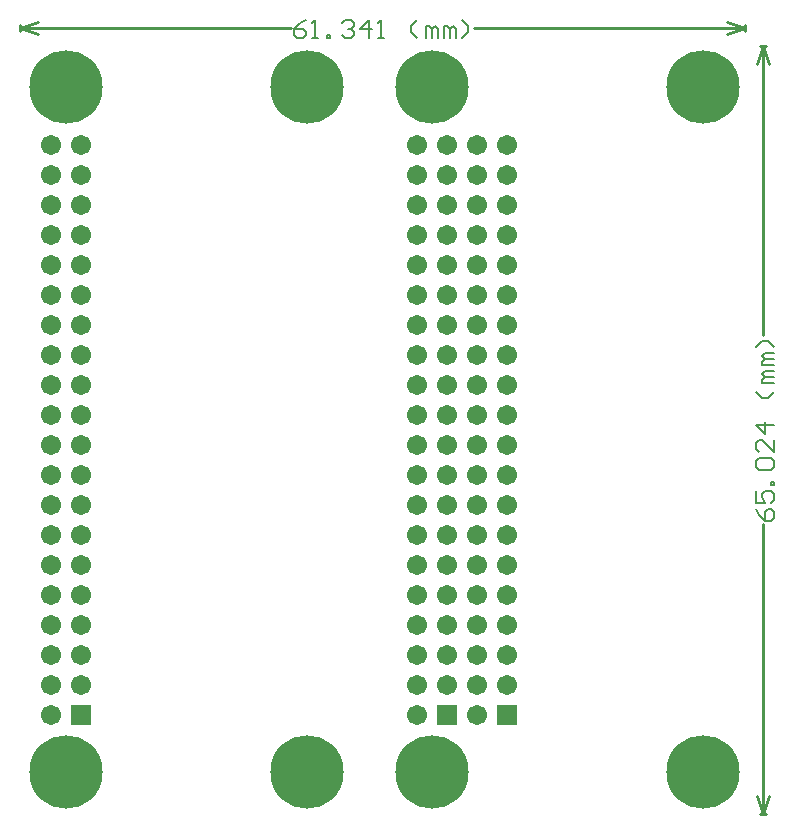
<source format=gbs>
G04 Layer_Color=16711935*
%FSLAX44Y44*%
%MOMM*%
G71*
G01*
G75*
%ADD12C,0.2540*%
%ADD14C,0.1524*%
%ADD24C,6.2032*%
%ADD25R,1.7032X1.7032*%
%ADD26C,1.7032*%
D12*
X1687195Y1310005D02*
X1692275D01*
X1687195Y659765D02*
X1692275D01*
X1689735Y1310005D02*
X1694815Y1294765D01*
X1684655D02*
X1689735Y1310005D01*
Y659765D02*
X1694815Y675005D01*
X1684655D02*
X1689735Y659765D01*
Y1065124D02*
Y1310005D01*
Y659765D02*
Y904646D01*
X1674262Y1322705D02*
Y1327785D01*
X1060852Y1322705D02*
Y1327785D01*
X1659022Y1320165D02*
X1674262Y1325245D01*
X1659022Y1330325D02*
X1674262Y1325245D01*
X1060852D02*
X1076092Y1320165D01*
X1060852Y1325245D02*
X1076092Y1330325D01*
X1445258Y1325245D02*
X1674262D01*
X1060852D02*
X1289857D01*
D14*
X1683642Y917342D02*
X1686181Y912264D01*
X1691259Y907186D01*
X1696337D01*
X1698876Y909725D01*
Y914803D01*
X1696337Y917342D01*
X1693798D01*
X1691259Y914803D01*
Y907186D01*
X1683642Y932577D02*
Y922421D01*
X1691259D01*
X1688720Y927499D01*
Y930038D01*
X1691259Y932577D01*
X1696337D01*
X1698876Y930038D01*
Y924960D01*
X1696337Y922421D01*
X1698876Y937656D02*
X1696337D01*
Y940195D01*
X1698876D01*
Y937656D01*
X1686181Y950352D02*
X1683642Y952891D01*
Y957969D01*
X1686181Y960508D01*
X1696337D01*
X1698876Y957969D01*
Y952891D01*
X1696337Y950352D01*
X1686181D01*
X1698876Y975743D02*
Y965587D01*
X1688720Y975743D01*
X1686181D01*
X1683642Y973204D01*
Y968126D01*
X1686181Y965587D01*
X1698876Y988439D02*
X1683642D01*
X1691259Y980822D01*
Y990978D01*
X1698876Y1016370D02*
X1693798Y1011292D01*
X1688720D01*
X1683642Y1016370D01*
X1698876Y1023988D02*
X1688720D01*
Y1026527D01*
X1691259Y1029066D01*
X1698876D01*
X1691259D01*
X1688720Y1031605D01*
X1691259Y1034145D01*
X1698876D01*
Y1039223D02*
X1688720D01*
Y1041762D01*
X1691259Y1044301D01*
X1698876D01*
X1691259D01*
X1688720Y1046841D01*
X1691259Y1049380D01*
X1698876D01*
Y1054458D02*
X1693798Y1059536D01*
X1688720D01*
X1683642Y1054458D01*
X1302554Y1331339D02*
X1297475Y1328799D01*
X1292397Y1323721D01*
Y1318643D01*
X1294936Y1316104D01*
X1300015D01*
X1302554Y1318643D01*
Y1321182D01*
X1300015Y1323721D01*
X1292397D01*
X1307632Y1316104D02*
X1312711D01*
X1310171D01*
Y1331339D01*
X1307632Y1328799D01*
X1320328Y1316104D02*
Y1318643D01*
X1322867D01*
Y1316104D01*
X1320328D01*
X1333024Y1328799D02*
X1335563Y1331339D01*
X1340642D01*
X1343181Y1328799D01*
Y1326260D01*
X1340642Y1323721D01*
X1338102D01*
X1340642D01*
X1343181Y1321182D01*
Y1318643D01*
X1340642Y1316104D01*
X1335563D01*
X1333024Y1318643D01*
X1355877Y1316104D02*
Y1331339D01*
X1348259Y1323721D01*
X1358416D01*
X1363494Y1316104D02*
X1368573D01*
X1366033D01*
Y1331339D01*
X1363494Y1328799D01*
X1396503Y1316104D02*
X1391425Y1321182D01*
Y1326260D01*
X1396503Y1331339D01*
X1404121Y1316104D02*
Y1326260D01*
X1406660D01*
X1409199Y1323721D01*
Y1316104D01*
Y1323721D01*
X1411739Y1326260D01*
X1414278Y1323721D01*
Y1316104D01*
X1419356D02*
Y1326260D01*
X1421895D01*
X1424434Y1323721D01*
Y1316104D01*
Y1323721D01*
X1426974Y1326260D01*
X1429513Y1323721D01*
Y1316104D01*
X1434591D02*
X1439669Y1321182D01*
Y1326260D01*
X1434591Y1331339D01*
D24*
X1099185Y694945D02*
D03*
Y1274905D02*
D03*
X1639064Y694945D02*
D03*
Y1274905D02*
D03*
X1409065D02*
D03*
Y694945D02*
D03*
X1303784Y1274905D02*
D03*
Y694945D02*
D03*
D25*
X1111885Y743585D02*
D03*
X1421765D02*
D03*
X1472565D02*
D03*
D26*
X1086485D02*
D03*
X1111885Y768985D02*
D03*
X1086485D02*
D03*
X1111885Y794385D02*
D03*
X1086485D02*
D03*
X1111885Y819785D02*
D03*
X1086485D02*
D03*
X1111885Y845185D02*
D03*
X1086485D02*
D03*
X1111885Y870585D02*
D03*
X1086485D02*
D03*
X1111885Y895985D02*
D03*
X1086485D02*
D03*
X1111885Y921385D02*
D03*
X1086485D02*
D03*
X1111885Y946785D02*
D03*
X1086485D02*
D03*
X1111885Y972185D02*
D03*
X1086485D02*
D03*
X1111885Y997585D02*
D03*
X1086485D02*
D03*
X1111885Y1022985D02*
D03*
X1086485D02*
D03*
X1111885Y1048385D02*
D03*
X1086485D02*
D03*
X1111885Y1073785D02*
D03*
X1086485D02*
D03*
X1111885Y1099185D02*
D03*
X1086485D02*
D03*
X1111885Y1124585D02*
D03*
X1086485D02*
D03*
X1111885Y1149985D02*
D03*
X1086485D02*
D03*
X1111885Y1175385D02*
D03*
X1086485D02*
D03*
X1111885Y1200785D02*
D03*
X1086485D02*
D03*
X1111885Y1226185D02*
D03*
X1086485D02*
D03*
X1396365Y743585D02*
D03*
X1421765Y768985D02*
D03*
X1396365D02*
D03*
X1421765Y794385D02*
D03*
X1396365D02*
D03*
X1421765Y819785D02*
D03*
X1396365D02*
D03*
X1421765Y845185D02*
D03*
X1396365D02*
D03*
X1421765Y870585D02*
D03*
X1396365D02*
D03*
X1421765Y895985D02*
D03*
X1396365D02*
D03*
X1421765Y921385D02*
D03*
X1396365D02*
D03*
X1421765Y946785D02*
D03*
X1396365D02*
D03*
X1421765Y972185D02*
D03*
X1396365D02*
D03*
X1421765Y997585D02*
D03*
X1396365D02*
D03*
X1421765Y1022985D02*
D03*
X1396365D02*
D03*
X1421765Y1048385D02*
D03*
X1396365D02*
D03*
X1421765Y1073785D02*
D03*
X1396365D02*
D03*
X1421765Y1099185D02*
D03*
X1396365D02*
D03*
X1421765Y1124585D02*
D03*
X1396365D02*
D03*
X1421765Y1149985D02*
D03*
X1396365D02*
D03*
X1421765Y1175385D02*
D03*
X1396365D02*
D03*
X1421765Y1200785D02*
D03*
X1396365D02*
D03*
X1421765Y1226185D02*
D03*
X1396365D02*
D03*
X1447165Y743585D02*
D03*
X1472565Y768985D02*
D03*
X1447165D02*
D03*
X1472565Y794385D02*
D03*
X1447165D02*
D03*
X1472565Y819785D02*
D03*
X1447165D02*
D03*
X1472565Y845185D02*
D03*
X1447165D02*
D03*
X1472565Y870585D02*
D03*
X1447165D02*
D03*
X1472565Y895985D02*
D03*
X1447165D02*
D03*
X1472565Y921385D02*
D03*
X1447165D02*
D03*
X1472565Y946785D02*
D03*
X1447165D02*
D03*
X1472565Y972185D02*
D03*
X1447165D02*
D03*
X1472565Y997585D02*
D03*
X1447165D02*
D03*
X1472565Y1022985D02*
D03*
X1447165D02*
D03*
X1472565Y1048385D02*
D03*
X1447165D02*
D03*
X1472565Y1073785D02*
D03*
X1447165D02*
D03*
X1472565Y1099185D02*
D03*
X1447165D02*
D03*
X1472565Y1124585D02*
D03*
X1447165D02*
D03*
X1472565Y1149985D02*
D03*
X1447165D02*
D03*
X1472565Y1175385D02*
D03*
X1447165D02*
D03*
X1472565Y1200785D02*
D03*
X1447165D02*
D03*
X1472565Y1226185D02*
D03*
X1447165D02*
D03*
M02*

</source>
